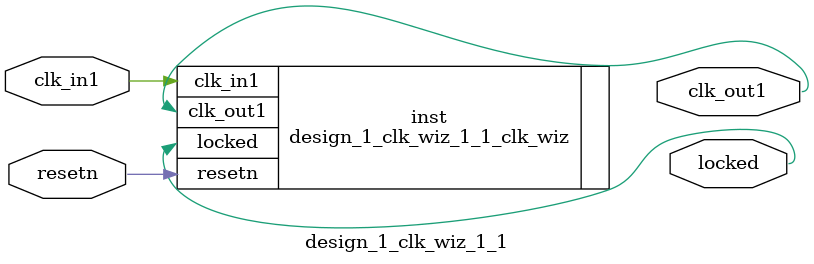
<source format=v>


`timescale 1ps/1ps

(* CORE_GENERATION_INFO = "design_1_clk_wiz_1_1,clk_wiz_v6_0_2_0_0,{component_name=design_1_clk_wiz_1_1,use_phase_alignment=true,use_min_o_jitter=false,use_max_i_jitter=false,use_dyn_phase_shift=false,use_inclk_switchover=false,use_dyn_reconfig=false,enable_axi=0,feedback_source=FDBK_AUTO,PRIMITIVE=MMCM,num_out_clk=1,clkin1_period=10.000,clkin2_period=10.000,use_power_down=false,use_reset=true,use_locked=true,use_inclk_stopped=false,feedback_type=SINGLE,CLOCK_MGR_TYPE=NA,manual_override=false}" *)

module design_1_clk_wiz_1_1 
 (
  // Clock out ports
  output        clk_out1,
  // Status and control signals
  input         resetn,
  output        locked,
 // Clock in ports
  input         clk_in1
 );

  design_1_clk_wiz_1_1_clk_wiz inst
  (
  // Clock out ports  
  .clk_out1(clk_out1),
  // Status and control signals               
  .resetn(resetn), 
  .locked(locked),
 // Clock in ports
  .clk_in1(clk_in1)
  );

endmodule

</source>
